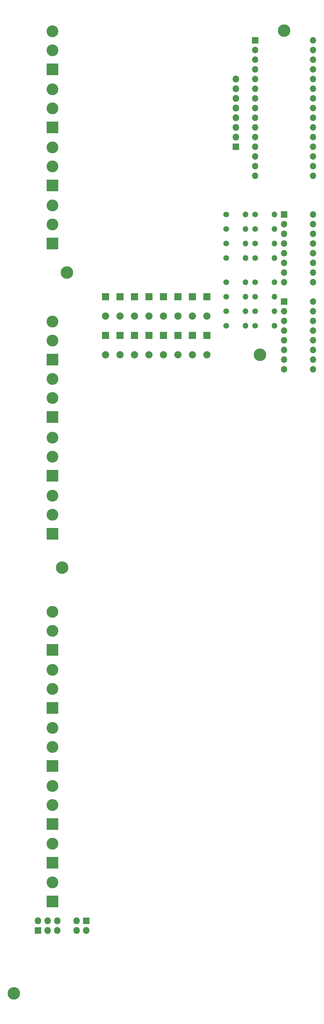
<source format=gbs>
%TF.GenerationSoftware,KiCad,Pcbnew,(5.1.6-0-10_14)*%
%TF.CreationDate,2020-09-12T12:57:19-04:00*%
%TF.ProjectId,smart-o-harp,736d6172-742d-46f2-9d68-6172702e6b69,rev?*%
%TF.SameCoordinates,Original*%
%TF.FileFunction,Soldermask,Bot*%
%TF.FilePolarity,Negative*%
%FSLAX46Y46*%
G04 Gerber Fmt 4.6, Leading zero omitted, Abs format (unit mm)*
G04 Created by KiCad (PCBNEW (5.1.6-0-10_14)) date 2020-09-12 12:57:19*
%MOMM*%
%LPD*%
G01*
G04 APERTURE LIST*
%ADD10O,1.500000X1.500000*%
%ADD11C,1.500000*%
%ADD12C,3.100000*%
%ADD13R,3.100000X3.100000*%
%ADD14O,1.900000X1.900000*%
%ADD15R,1.900000X1.900000*%
%ADD16R,1.700000X1.700000*%
%ADD17O,1.700000X1.700000*%
%ADD18C,3.300000*%
%ADD19R,1.800000X1.800000*%
%ADD20O,1.800000X1.800000*%
G04 APERTURE END LIST*
D10*
%TO.C,R16*%
X250190000Y-83820000D03*
D11*
X245110000Y-83820000D03*
%TD*%
D10*
%TO.C,R15*%
X242570000Y-83820000D03*
D11*
X237490000Y-83820000D03*
%TD*%
D10*
%TO.C,R14*%
X250190000Y-87630000D03*
D11*
X245110000Y-87630000D03*
%TD*%
D10*
%TO.C,R13*%
X242570000Y-87630000D03*
D11*
X237490000Y-87630000D03*
%TD*%
D10*
%TO.C,R12*%
X250190000Y-91440000D03*
D11*
X245110000Y-91440000D03*
%TD*%
D10*
%TO.C,R11*%
X242570000Y-91440000D03*
D11*
X237490000Y-91440000D03*
%TD*%
D10*
%TO.C,R10*%
X250190000Y-95250000D03*
D11*
X245110000Y-95250000D03*
%TD*%
D10*
%TO.C,R9*%
X242570000Y-95250000D03*
D11*
X237490000Y-95250000D03*
%TD*%
D10*
%TO.C,R8*%
X250190000Y-101600000D03*
D11*
X245110000Y-101600000D03*
%TD*%
D10*
%TO.C,R7*%
X242570000Y-101600000D03*
D11*
X237490000Y-101600000D03*
%TD*%
D10*
%TO.C,R6*%
X250190000Y-105410000D03*
D11*
X245110000Y-105410000D03*
%TD*%
D10*
%TO.C,R5*%
X242570000Y-105410000D03*
D11*
X237490000Y-105410000D03*
%TD*%
D10*
%TO.C,R4*%
X250190000Y-109220000D03*
D11*
X245110000Y-109220000D03*
%TD*%
D10*
%TO.C,R3*%
X242570000Y-109220000D03*
D11*
X237490000Y-109220000D03*
%TD*%
D10*
%TO.C,R2*%
X250190000Y-113030000D03*
D11*
X245110000Y-113030000D03*
%TD*%
D10*
%TO.C,R1*%
X242570000Y-113030000D03*
D11*
X237490000Y-113030000D03*
%TD*%
D12*
%TO.C,C#_D_D#2*%
X191770000Y-157640000D03*
X191770000Y-162640000D03*
D13*
X191770000Y-167640000D03*
%TD*%
D12*
%TO.C,E_F_F#1*%
X191770000Y-66200000D03*
X191770000Y-71200000D03*
D13*
X191770000Y-76200000D03*
%TD*%
D14*
%TO.C,D8*%
X209550000Y-120650000D03*
D15*
X209550000Y-115570000D03*
%TD*%
D16*
%TO.C,U2*%
X252730000Y-83820000D03*
D17*
X260350000Y-101600000D03*
X252730000Y-86360000D03*
X260350000Y-99060000D03*
X252730000Y-88900000D03*
X260350000Y-96520000D03*
X252730000Y-91440000D03*
X260350000Y-93980000D03*
X252730000Y-93980000D03*
X260350000Y-91440000D03*
X252730000Y-96520000D03*
X260350000Y-88900000D03*
X252730000Y-99060000D03*
X260350000Y-86360000D03*
X252730000Y-101600000D03*
X260350000Y-83820000D03*
%TD*%
D12*
%TO.C,J3*%
X191770000Y-249000000D03*
D13*
X191770000Y-254000000D03*
%TD*%
D12*
%TO.C,J2*%
X191770000Y-259160000D03*
D13*
X191770000Y-264160000D03*
%TD*%
D12*
%TO.C,G_G#_A2*%
X191770000Y-127000000D03*
X191770000Y-132000000D03*
D13*
X191770000Y-137000000D03*
%TD*%
D12*
%TO.C,G_G#_A1*%
X191770000Y-50960000D03*
X191770000Y-55960000D03*
D13*
X191770000Y-60960000D03*
%TD*%
%TO.C,F_G_C1*%
X191770000Y-243840000D03*
D12*
X191770000Y-238840000D03*
X191770000Y-233840000D03*
%TD*%
D13*
%TO.C,F#_G_A1*%
X191770000Y-213360000D03*
D12*
X191770000Y-208360000D03*
X191770000Y-203360000D03*
%TD*%
%TO.C,E_F_F#2*%
X191770000Y-142400000D03*
X191770000Y-147400000D03*
D13*
X191770000Y-152400000D03*
%TD*%
%TO.C,D_E_F1*%
X191770000Y-228600000D03*
D12*
X191770000Y-223600000D03*
X191770000Y-218600000D03*
%TD*%
%TO.C,C#_D_D#1*%
X191770000Y-81440000D03*
X191770000Y-86440000D03*
D13*
X191770000Y-91440000D03*
%TD*%
%TO.C,Bb_B_C3*%
X191770000Y-198120000D03*
D12*
X191770000Y-193120000D03*
X191770000Y-188120000D03*
%TD*%
%TO.C,Bb_B_C2*%
X191770000Y-111920000D03*
X191770000Y-116920000D03*
D13*
X191770000Y-121920000D03*
%TD*%
%TO.C,Bb_B_C1*%
X191770000Y-45720000D03*
D12*
X191770000Y-40720000D03*
X191770000Y-35720000D03*
%TD*%
D18*
%TO.C,H4*%
X181610000Y-288290000D03*
%TD*%
%TO.C,H3*%
X252730000Y-35560000D03*
%TD*%
%TO.C,H2*%
X246380000Y-120650000D03*
%TD*%
%TO.C,H1*%
X194310000Y-176530000D03*
%TD*%
D14*
%TO.C,D17*%
X205740000Y-110490000D03*
D15*
X205740000Y-105410000D03*
%TD*%
D14*
%TO.C,D16*%
X209550000Y-110490000D03*
D15*
X209550000Y-105410000D03*
%TD*%
D14*
%TO.C,D15*%
X213360000Y-110490000D03*
D15*
X213360000Y-105410000D03*
%TD*%
D14*
%TO.C,D14*%
X217170000Y-110490000D03*
D15*
X217170000Y-105410000D03*
%TD*%
D14*
%TO.C,D13*%
X220980000Y-110490000D03*
D15*
X220980000Y-105410000D03*
%TD*%
D14*
%TO.C,D12*%
X224790000Y-110490000D03*
D15*
X224790000Y-105410000D03*
%TD*%
D14*
%TO.C,D11*%
X228600000Y-110490000D03*
D15*
X228600000Y-105410000D03*
%TD*%
D14*
%TO.C,D10*%
X232410000Y-110490000D03*
D15*
X232410000Y-105410000D03*
%TD*%
D14*
%TO.C,D9*%
X205740000Y-120650000D03*
D15*
X205740000Y-115570000D03*
%TD*%
D14*
%TO.C,D6*%
X213360000Y-120650000D03*
D15*
X213360000Y-115570000D03*
%TD*%
D14*
%TO.C,D5*%
X217170000Y-120650000D03*
D15*
X217170000Y-115570000D03*
%TD*%
D14*
%TO.C,D4*%
X220980000Y-120650000D03*
D15*
X220980000Y-115570000D03*
%TD*%
D14*
%TO.C,D3*%
X224790000Y-120650000D03*
D15*
X224790000Y-115570000D03*
%TD*%
D14*
%TO.C,D2*%
X228600000Y-120650000D03*
D15*
X228600000Y-115570000D03*
%TD*%
D14*
%TO.C,D1*%
X232410000Y-120650000D03*
D15*
X232410000Y-115570000D03*
%TD*%
D18*
%TO.C,REF\u002A\u002A*%
X195580000Y-99060000D03*
%TD*%
D19*
%TO.C,J1*%
X200660000Y-269240000D03*
D20*
X200660000Y-271780000D03*
X198120000Y-269240000D03*
X198120000Y-271780000D03*
%TD*%
D16*
%TO.C,A1*%
X245110000Y-38100000D03*
D17*
X260350000Y-71120000D03*
X245110000Y-40640000D03*
X260350000Y-68580000D03*
X245110000Y-43180000D03*
X260350000Y-66040000D03*
X245110000Y-45720000D03*
X260350000Y-63500000D03*
X245110000Y-48260000D03*
X260350000Y-60960000D03*
X245110000Y-50800000D03*
X260350000Y-58420000D03*
X245110000Y-53340000D03*
X260350000Y-55880000D03*
X245110000Y-55880000D03*
X260350000Y-53340000D03*
X245110000Y-58420000D03*
X260350000Y-50800000D03*
X245110000Y-60960000D03*
X260350000Y-48260000D03*
X245110000Y-63500000D03*
X260350000Y-45720000D03*
X245110000Y-66040000D03*
X260350000Y-43180000D03*
X245110000Y-68580000D03*
X260350000Y-40640000D03*
X245110000Y-71120000D03*
X260350000Y-38100000D03*
X245110000Y-73660000D03*
X260350000Y-73660000D03*
%TD*%
D19*
%TO.C,keypad1*%
X240030000Y-66040000D03*
D20*
X240030000Y-63500000D03*
X240030000Y-60960000D03*
X240030000Y-58420000D03*
X240030000Y-55880000D03*
X240030000Y-53340000D03*
X240030000Y-50800000D03*
X240030000Y-48260000D03*
%TD*%
D19*
%TO.C,solenoid_power1*%
X187960000Y-271780000D03*
D20*
X187960000Y-269240000D03*
X190500000Y-271780000D03*
X190500000Y-269240000D03*
X193040000Y-271780000D03*
X193040000Y-269240000D03*
%TD*%
D17*
%TO.C,U1*%
X260350000Y-106680000D03*
X252730000Y-124460000D03*
X260350000Y-109220000D03*
X252730000Y-121920000D03*
X260350000Y-111760000D03*
X252730000Y-119380000D03*
X260350000Y-114300000D03*
X252730000Y-116840000D03*
X260350000Y-116840000D03*
X252730000Y-114300000D03*
X260350000Y-119380000D03*
X252730000Y-111760000D03*
X260350000Y-121920000D03*
X252730000Y-109220000D03*
X260350000Y-124460000D03*
D16*
X252730000Y-106680000D03*
%TD*%
M02*

</source>
